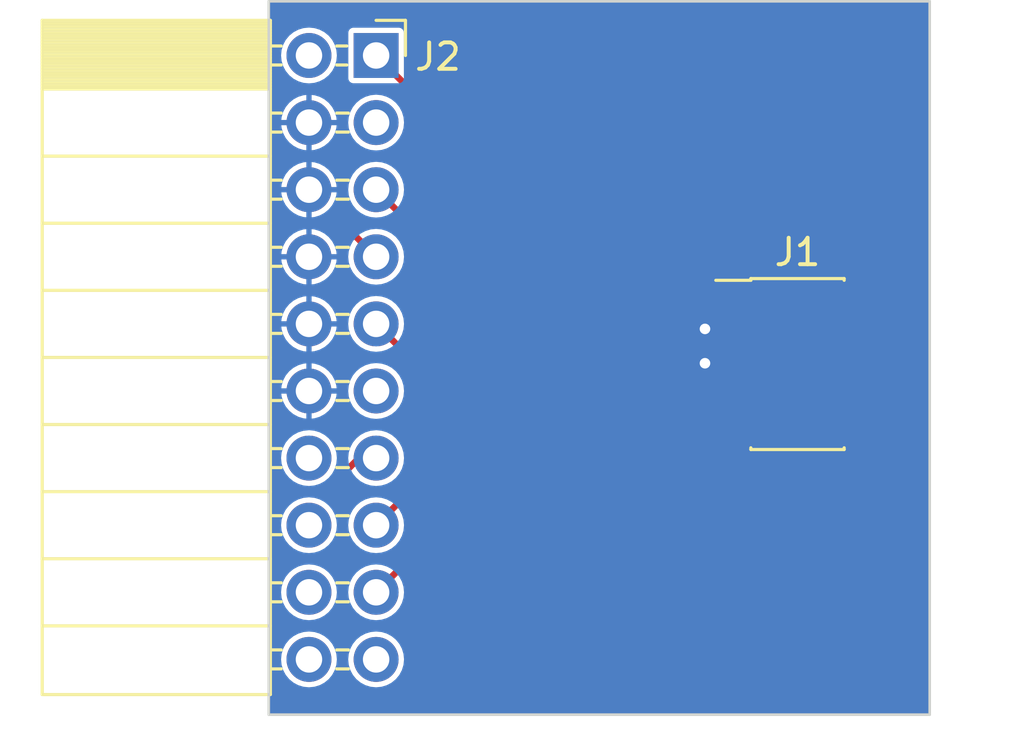
<source format=kicad_pcb>
(kicad_pcb (version 20221018) (generator pcbnew)
  (layers (0 "F.Cu" signal) (31 "B.Cu" signal) (34 "B.Paste" user) (35 "F.Paste" user) (36 "B.SilkS" user "B.Silkscreen") (37 "F.SilkS" user "F.Silkscreen") (38 "B.Mask" user) (39 "F.Mask" user) (44 "Edge.Cuts" user))
  (net 0 "")
  (net 1 "VDD")
  (net 2 "SWDIO")
  (net 3 "GND")
  (net 4 "SWDCLK")
  (net 5 "SWO")
  (net 6 "RXI")
  (net 7 "TXO")
  (net 9 "RESET")
  (net 16 "+5V")
  (footprint "Connector_PinSocket_2.54mm:PinSocket_2x10_P2.54mm_Horizontal" (layer "F.Cu") (at 116.06 95.05)
    (fp_text reference "J2" (at 2.34 0.05) (layer "F.SilkS"))
    (fp_text value "Conn_02x10_Odd_Even")
    (fp_line (start -12.63 -1.33) (end -12.63 24.19) (stroke (width 0.12)) (layer "F.SilkS"))
    (fp_line (start -12.63 -1.33) (end -4 -1.33) (stroke (width 0.12)) (layer "F.SilkS"))
    (fp_line (start -12.63 -1.21) (end -4 -1.21) (stroke (width 0.12)) (layer "F.SilkS"))
    (fp_line (start -12.63 -1.091905) (end -4 -1.091905) (stroke (width 0.12)) (layer "F.SilkS"))
    (fp_line (start -12.63 -0.97381) (end -4 -0.97381) (stroke (width 0.12)) (layer "F.SilkS"))
    (fp_line (start -12.63 -0.855715) (end -4 -0.855715) (stroke (width 0.12)) (layer "F.SilkS"))
    (fp_line (start -12.63 -0.73762) (end -4 -0.73762) (stroke (width 0.12)) (layer "F.SilkS"))
    (fp_line (start -12.63 -0.619525) (end -4 -0.619525) (stroke (width 0.12)) (layer "F.SilkS"))
    (fp_line (start -12.63 -0.50143) (end -4 -0.50143) (stroke (width 0.12)) (layer "F.SilkS"))
    (fp_line (start -12.63 -0.383335) (end -4 -0.383335) (stroke (width 0.12)) (layer "F.SilkS"))
    (fp_line (start -12.63 -0.26524) (end -4 -0.26524) (stroke (width 0.12)) (layer "F.SilkS"))
    (fp_line (start -12.63 -0.147145) (end -4 -0.147145) (stroke (width 0.12)) (layer "F.SilkS"))
    (fp_line (start -12.63 -0.02905) (end -4 -0.02905) (stroke (width 0.12)) (layer "F.SilkS"))
    (fp_line (start -12.63 0.089045) (end -4 0.089045) (stroke (width 0.12)) (layer "F.SilkS"))
    (fp_line (start -12.63 0.20714) (end -4 0.20714) (stroke (width 0.12)) (layer "F.SilkS"))
    (fp_line (start -12.63 0.325235) (end -4 0.325235) (stroke (width 0.12)) (layer "F.SilkS"))
    (fp_line (start -12.63 0.44333) (end -4 0.44333) (stroke (width 0.12)) (layer "F.SilkS"))
    (fp_line (start -12.63 0.561425) (end -4 0.561425) (stroke (width 0.12)) (layer "F.SilkS"))
    (fp_line (start -12.63 0.67952) (end -4 0.67952) (stroke (width 0.12)) (layer "F.SilkS"))
    (fp_line (start -12.63 0.797615) (end -4 0.797615) (stroke (width 0.12)) (layer "F.SilkS"))
    (fp_line (start -12.63 0.91571) (end -4 0.91571) (stroke (width 0.12)) (layer "F.SilkS"))
    (fp_line (start -12.63 1.033805) (end -4 1.033805) (stroke (width 0.12)) (layer "F.SilkS"))
    (fp_line (start -12.63 1.1519) (end -4 1.1519) (stroke (width 0.12)) (layer "F.SilkS"))
    (fp_line (start -12.63 1.27) (end -4 1.27) (stroke (width 0.12)) (layer "F.SilkS"))
    (fp_line (start -12.63 3.81) (end -4 3.81) (stroke (width 0.12)) (layer "F.SilkS"))
    (fp_line (start -12.63 6.35) (end -4 6.35) (stroke (width 0.12)) (layer "F.SilkS"))
    (fp_line (start -12.63 8.89) (end -4 8.89) (stroke (width 0.12)) (layer "F.SilkS"))
    (fp_line (start -12.63 11.43) (end -4 11.43) (stroke (width 0.12)) (layer "F.SilkS"))
    (fp_line (start -12.63 13.97) (end -4 13.97) (stroke (width 0.12)) (layer "F.SilkS"))
    (fp_line (start -12.63 16.51) (end -4 16.51) (stroke (width 0.12)) (layer "F.SilkS"))
    (fp_line (start -12.63 19.05) (end -4 19.05) (stroke (width 0.12)) (layer "F.SilkS"))
    (fp_line (start -12.63 21.59) (end -4 21.59) (stroke (width 0.12)) (layer "F.SilkS"))
    (fp_line (start -12.63 24.19) (end -4 24.19) (stroke (width 0.12)) (layer "F.SilkS"))
    (fp_line (start -4 -1.33) (end -4 24.19) (stroke (width 0.12)) (layer "F.SilkS"))
    (fp_line (start -4 -0.36) (end -3.59 -0.36) (stroke (width 0.12)) (layer "F.SilkS"))
    (fp_line (start -4 0.36) (end -3.59 0.36) (stroke (width 0.12)) (layer "F.SilkS"))
    (fp_line (start -4 2.18) (end -3.59 2.18) (stroke (width 0.12)) (layer "F.SilkS"))
    (fp_line (start -4 2.9) (end -3.59 2.9) (stroke (width 0.12)) (layer "F.SilkS"))
    (fp_line (start -4 4.72) (end -3.59 4.72) (stroke (width 0.12)) (layer "F.SilkS"))
    (fp_line (start -4 5.44) (end -3.59 5.44) (stroke (width 0.12)) (layer "F.SilkS"))
    (fp_line (start -4 7.26) (end -3.59 7.26) (stroke (width 0.12)) (layer "F.SilkS"))
    (fp_line (start -4 7.98) (end -3.59 7.98) (stroke (width 0.12)) (layer "F.SilkS"))
    (fp_line (start -4 9.8) (end -3.59 9.8) (stroke (width 0.12)) (layer "F.SilkS"))
    (fp_line (start -4 10.52) (end -3.59 10.52) (stroke (width 0.12)) (layer "F.SilkS"))
    (fp_line (start -4 12.34) (end -3.59 12.34) (stroke (width 0.12)) (layer "F.SilkS"))
    (fp_line (start -4 13.06) (end -3.59 13.06) (stroke (width 0.12)) (layer "F.SilkS"))
    (fp_line (start -4 14.88) (end -3.59 14.88) (stroke (width 0.12)) (layer "F.SilkS"))
    (fp_line (start -4 15.6) (end -3.59 15.6) (stroke (width 0.12)) (layer "F.SilkS"))
    (fp_line (start -4 17.42) (end -3.59 17.42) (stroke (width 0.12)) (layer "F.SilkS"))
    (fp_line (start -4 18.14) (end -3.59 18.14) (stroke (width 0.12)) (layer "F.SilkS"))
    (fp_line (start -4 19.96) (end -3.59 19.96) (stroke (width 0.12)) (layer "F.SilkS"))
    (fp_line (start -4 20.68) (end -3.59 20.68) (stroke (width 0.12)) (layer "F.SilkS"))
    (fp_line (start -4 22.5) (end -3.59 22.5) (stroke (width 0.12)) (layer "F.SilkS"))
    (fp_line (start -4 23.22) (end -3.59 23.22) (stroke (width 0.12)) (layer "F.SilkS"))
    (fp_line (start -1.49 -0.36) (end -1.11 -0.36) (stroke (width 0.12)) (layer "F.SilkS"))
    (fp_line (start -1.49 0.36) (end -1.11 0.36) (stroke (width 0.12)) (layer "F.SilkS"))
    (fp_line (start -1.49 2.18) (end -1.05 2.18) (stroke (width 0.12)) (layer "F.SilkS"))
    (fp_line (start -1.49 2.9) (end -1.05 2.9) (stroke (width 0.12)) (layer "F.SilkS"))
    (fp_line (start -1.49 4.72) (end -1.05 4.72) (stroke (width 0.12)) (layer "F.SilkS"))
    (fp_line (start -1.49 5.44) (end -1.05 5.44) (stroke (width 0.12)) (layer "F.SilkS"))
    (fp_line (start -1.49 7.26) (end -1.05 7.26) (stroke (width 0.12)) (layer "F.SilkS"))
    (fp_line (start -1.49 7.98) (end -1.05 7.98) (stroke (width 0.12)) (layer "F.SilkS"))
    (fp_line (start -1.49 9.8) (end -1.05 9.8) (stroke (width 0.12)) (layer "F.SilkS"))
    (fp_line (start -1.49 10.52) (end -1.05 10.52) (stroke (width 0.12)) (layer "F.SilkS"))
    (fp_line (start -1.49 12.34) (end -1.05 12.34) (stroke (width 0.12)) (layer "F.SilkS"))
    (fp_line (start -1.49 13.06) (end -1.05 13.06) (stroke (width 0.12)) (layer "F.SilkS"))
    (fp_line (start -1.49 14.88) (end -1.05 14.88) (stroke (width 0.12)) (layer "F.SilkS"))
    (fp_line (start -1.49 15.6) (end -1.05 15.6) (stroke (width 0.12)) (layer "F.SilkS"))
    (fp_line (start -1.49 17.42) (end -1.05 17.42) (stroke (width 0.12)) (layer "F.SilkS"))
    (fp_line (start -1.49 18.14) (end -1.05 18.14) (stroke (width 0.12)) (layer "F.SilkS"))
    (fp_line (start -1.49 19.96) (end -1.05 19.96) (stroke (width 0.12)) (layer "F.SilkS"))
    (fp_line (start -1.49 20.68) (end -1.05 20.68) (stroke (width 0.12)) (layer "F.SilkS"))
    (fp_line (start -1.49 22.5) (end -1.05 22.5) (stroke (width 0.12)) (layer "F.SilkS"))
    (fp_line (start -1.49 23.22) (end -1.05 23.22) (stroke (width 0.12)) (layer "F.SilkS"))
    (fp_line (start 0 -1.33) (end 1.11 -1.33) (stroke (width 0.12)) (layer "F.SilkS"))
    (fp_line (start 1.11 -1.33) (end 1.11 0) (stroke (width 0.12)) (layer "F.SilkS"))
    (pad "1" thru_hole rect (at 0 0) (size 1.7 1.7) (drill 1) (layers "*.Cu" "*.Mask") (net 1 "VDD"))
    (pad "2" thru_hole oval (at -2.54 0) (size 1.7 1.7) (drill 1) (layers "*.Cu" "*.Mask"))
    (pad "3" thru_hole oval (at 0 2.54) (size 1.7 1.7) (drill 1) (layers "*.Cu" "*.Mask"))
    (pad "4" thru_hole oval (at -2.54 2.54) (size 1.7 1.7) (drill 1) (layers "*.Cu" "*.Mask") (net 3 "GND"))
    (pad "5" thru_hole oval (at 0 5.08) (size 1.7 1.7) (drill 1) (layers "*.Cu" "*.Mask") (net 6 "RXI"))
    (pad "6" thru_hole oval (at -2.54 5.08) (size 1.7 1.7) (drill 1) (layers "*.Cu" "*.Mask") (net 3 "GND"))
    (pad "7" thru_hole oval (at 0 7.62) (size 1.7 1.7) (drill 1) (layers "*.Cu" "*.Mask") (net 2 "SWDIO"))
    (pad "8" thru_hole oval (at -2.54 7.62) (size 1.7 1.7) (drill 1) (layers "*.Cu" "*.Mask") (net 3 "GND"))
    (pad "9" thru_hole oval (at 0 10.16) (size 1.7 1.7) (drill 1) (layers "*.Cu" "*.Mask") (net 4 "SWDCLK"))
    (pad "10" thru_hole oval (at -2.54 10.16) (size 1.7 1.7) (drill 1) (layers "*.Cu" "*.Mask") (net 3 "GND"))
    (pad "11" thru_hole oval (at 0 12.7) (size 1.7 1.7) (drill 1) (layers "*.Cu" "*.Mask"))
    (pad "12" thru_hole oval (at -2.54 12.7) (size 1.7 1.7) (drill 1) (layers "*.Cu" "*.Mask") (net 3 "GND"))
    (pad "13" thru_hole oval (at 0 15.24) (size 1.7 1.7) (drill 1) (layers "*.Cu" "*.Mask") (net 5 "SWO"))
    (pad "14" thru_hole oval (at -2.54 15.24) (size 1.7 1.7) (drill 1) (layers "*.Cu" "*.Mask"))
    (pad "15" thru_hole oval (at 0 17.78) (size 1.7 1.7) (drill 1) (layers "*.Cu" "*.Mask") (net 9 "RESET"))
    (pad "16" thru_hole oval (at -2.54 17.78) (size 1.7 1.7) (drill 1) (layers "*.Cu" "*.Mask"))
    (pad "17" thru_hole oval (at 0 20.32) (size 1.7 1.7) (drill 1) (layers "*.Cu" "*.Mask") (net 7 "TXO"))
    (pad "18" thru_hole oval (at -2.54 20.32) (size 1.7 1.7) (drill 1) (layers "*.Cu" "*.Mask"))
    (pad "19" thru_hole oval (at 0 22.86) (size 1.7 1.7) (drill 1) (layers "*.Cu" "*.Mask") (net 16 "+5V"))
    (pad "20" thru_hole oval (at -2.54 22.86) (size 1.7 1.7) (drill 1) (layers "*.Cu" "*.Mask"))
  )
  (footprint "Connector_PinHeader_1.27mm:PinHeader_2x05_P1.27mm_Vertical_SMD" (layer "F.Cu") (at 132 106.73)
    (fp_text reference "J1" (at 0 -4.235) (layer "F.SilkS"))
    (fp_text value "Conn_02x05_Odd_Even")
    (fp_line (start -3.09 -3.17) (end -1.765 -3.17) (stroke (width 0.12)) (layer "F.SilkS"))
    (fp_line (start -1.765 -3.235) (end -1.765 -3.17) (stroke (width 0.12)) (layer "F.SilkS"))
    (fp_line (start -1.765 -3.235) (end 1.765 -3.235) (stroke (width 0.12)) (layer "F.SilkS"))
    (fp_line (start -1.765 3.17) (end -1.765 3.235) (stroke (width 0.12)) (layer "F.SilkS"))
    (fp_line (start -1.765 3.235) (end 1.765 3.235) (stroke (width 0.12)) (layer "F.SilkS"))
    (fp_line (start 1.765 -3.235) (end 1.765 -3.17) (stroke (width 0.12)) (layer "F.SilkS"))
    (fp_line (start 1.765 3.17) (end 1.765 3.235) (stroke (width 0.12)) (layer "F.SilkS"))
    (pad "1" smd rect (at -1.95 -2.54) (size 2.4 0.74) (layers "F.Cu" "F.Paste" "F.Mask") (net 1 "VDD"))
    (pad "2" smd rect (at 1.95 -2.54) (size 2.4 0.74) (layers "F.Cu" "F.Paste" "F.Mask") (net 2 "SWDIO"))
    (pad "3" smd rect (at -1.95 -1.27) (size 2.4 0.74) (layers "F.Cu" "F.Paste" "F.Mask") (net 3 "GND"))
    (pad "4" smd rect (at 1.95 -1.27) (size 2.4 0.74) (layers "F.Cu" "F.Paste" "F.Mask") (net 4 "SWDCLK"))
    (pad "5" smd rect (at -1.95 0) (size 2.4 0.74) (layers "F.Cu" "F.Paste" "F.Mask") (net 3 "GND"))
    (pad "6" smd rect (at 1.95 0) (size 2.4 0.74) (layers "F.Cu" "F.Paste" "F.Mask") (net 5 "SWO"))
    (pad "7" smd rect (at -1.95 1.27) (size 2.4 0.74) (layers "F.Cu" "F.Paste" "F.Mask") (net 6 "RXI"))
    (pad "8" smd rect (at 1.95 1.27) (size 2.4 0.74) (layers "F.Cu" "F.Paste" "F.Mask") (net 7 "TXO"))
    (pad "9" smd rect (at -1.95 2.54) (size 2.4 0.74) (layers "F.Cu" "F.Paste" "F.Mask"))
    (pad "10" smd rect (at 1.95 2.54) (size 2.4 0.74) (layers "F.Cu" "F.Paste" "F.Mask") (net 9 "RESET"))
  )
  (gr_line (start 137 120) (end 137 93) (stroke (width 0.1)) (layer "Edge.Cuts"))
  (gr_line (start 137 93) (end 112 93) (stroke (width 0.1)) (layer "Edge.Cuts"))
  (gr_line (start 112 120) (end 137 120) (stroke (width 0.1)) (layer "Edge.Cuts"))
  (gr_line (start 112 93) (end 112 120) (stroke (width 0.1)) (layer "Edge.Cuts"))
  (segment (start 116.06 95.05) (end 117.31 96.3) (width 0.25) (layer "F.Cu") (net 1))
  (segment (start 129.04 104.19) (end 130.05 104.19) (width 0.25) (layer "F.Cu") (net 1))
  (segment (start 121.15 96.3) (end 129.04 104.19) (width 0.25) (layer "F.Cu") (net 1))
  (segment (start 117.31 96.3) (end 121.15 96.3) (width 0.25) (layer "F.Cu") (net 1))
  (segment (start 135.61 104.19) (end 133.95 104.19) (width 0.25) (layer "F.Cu") (net 2))
  (segment (start 136.25 97) (end 136.25 103.55) (width 0.25) (layer "F.Cu") (net 2))
  (segment (start 132.7 93.45) (end 136.25 97) (width 0.25) (layer "F.Cu") (net 2))
  (segment (start 114.8 101.41) (end 114.8 94.05) (width 0.25) (layer "F.Cu") (net 2))
  (segment (start 116.06 102.67) (end 114.8 101.41) (width 0.25) (layer "F.Cu") (net 2))
  (segment (start 114.8 94.05) (end 115.4 93.45) (width 0.25) (layer "F.Cu") (net 2))
  (segment (start 136.25 103.55) (end 135.61 104.19) (width 0.25) (layer "F.Cu") (net 2))
  (segment (start 115.4 93.45) (end 132.7 93.45) (width 0.25) (layer "F.Cu") (net 2))
  (segment (start 128.53 106.73) (end 128.5 106.7) (width 0.25) (layer "F.Cu") (net 3))
  (segment (start 130.05 105.46) (end 128.56 105.46) (width 0.25) (layer "F.Cu") (net 3))
  (segment (start 128.56 105.46) (end 128.5 105.4) (width 0.25) (layer "F.Cu") (net 3))
  (segment (start 130.05 106.73) (end 128.53 106.73) (width 0.25) (layer "F.Cu") (net 3))
  (via (at 128.5 106.7) (size 0.8) (drill 0.4) (layers "F.Cu" "B.Cu") (net 3))
  (via (at 128.5 105.4) (size 0.8) (drill 0.4) (layers "F.Cu" "B.Cu") (net 3))
  (segment (start 131.25 110.65) (end 131.95 109.95) (width 0.25) (layer "F.Cu") (net 4))
  (segment (start 117.35 106.5) (end 120.5 106.5) (width 0.25) (layer "F.Cu") (net 4))
  (segment (start 116.06 105.21) (end 117.35 106.5) (width 0.25) (layer "F.Cu") (net 4))
  (segment (start 131.95 109.95) (end 131.95 105.95) (width 0.25) (layer "F.Cu") (net 4))
  (segment (start 131.95 105.95) (end 132.44 105.46) (width 0.25) (layer "F.Cu") (net 4))
  (segment (start 124.65 110.65) (end 131.25 110.65) (width 0.25) (layer "F.Cu") (net 4))
  (segment (start 132.44 105.46) (end 133.95 105.46) (width 0.25) (layer "F.Cu") (net 4))
  (segment (start 120.5 106.5) (end 124.65 110.65) (width 0.25) (layer "F.Cu") (net 4))
  (segment (start 116.06 110.29) (end 115.41 110.29) (width 0.25) (layer "F.Cu") (net 5))
  (segment (start 114.8 119.05) (end 115.25 119.5) (width 0.25) (layer "F.Cu") (net 5))
  (segment (start 115.25 119.5) (end 133.2 119.5) (width 0.25) (layer "F.Cu") (net 5))
  (segment (start 135.53 106.73) (end 133.95 106.73) (width 0.25) (layer "F.Cu") (net 5))
  (segment (start 136.55 107.75) (end 135.53 106.73) (width 0.25) (layer "F.Cu") (net 5))
  (segment (start 136.55 116.15) (end 136.55 107.75) (width 0.25) (layer "F.Cu") (net 5))
  (segment (start 115.41 110.29) (end 114.8 110.9) (width 0.25) (layer "F.Cu") (net 5))
  (segment (start 114.8 110.9) (end 114.8 119.05) (width 0.25) (layer "F.Cu") (net 5))
  (segment (start 133.2 119.5) (end 136.55 116.15) (width 0.25) (layer "F.Cu") (net 5))
  (segment (start 117.33 101.4) (end 116.06 100.13) (width 0.25) (layer "F.Cu") (net 6))
  (segment (start 127.25 108) (end 120.65 101.4) (width 0.25) (layer "F.Cu") (net 6))
  (segment (start 120.65 101.4) (end 117.33 101.4) (width 0.25) (layer "F.Cu") (net 6))
  (segment (start 130.05 108) (end 127.25 108) (width 0.25) (layer "F.Cu") (net 6))
  (segment (start 135.9 111.4) (end 133.2 114.1) (width 0.25) (layer "F.Cu") (net 7))
  (segment (start 117.33 114.1) (end 116.06 115.37) (width 0.25) (layer "F.Cu") (net 7))
  (segment (start 133.95 108) (end 135.45 108) (width 0.25) (layer "F.Cu") (net 7))
  (segment (start 133.2 114.1) (end 117.33 114.1) (width 0.25) (layer "F.Cu") (net 7))
  (segment (start 135.9 108.45) (end 135.9 111.4) (width 0.25) (layer "F.Cu") (net 7))
  (segment (start 135.45 108) (end 135.9 108.45) (width 0.25) (layer "F.Cu") (net 7))
  (segment (start 117.34 111.55) (end 116.06 112.83) (width 0.25) (layer "F.Cu") (net 9))
  (segment (start 133.95 109.27) (end 131.67 111.55) (width 0.25) (layer "F.Cu") (net 9))
  (segment (start 131.67 111.55) (end 117.34 111.55) (width 0.25) (layer "F.Cu") (net 9))
  (zone (net 3) (net_name "GND") (layer "B.Cu") (connect_pads (clearance 0.2)) (min_thickness 0.2) (fill yes (thermal_gap 0.2) (thermal_bridge_width 0.2))
    (polygon (pts (xy 112 93) (xy 112 120) (xy 137 120) (xy 137 93)))
  )
)
</source>
